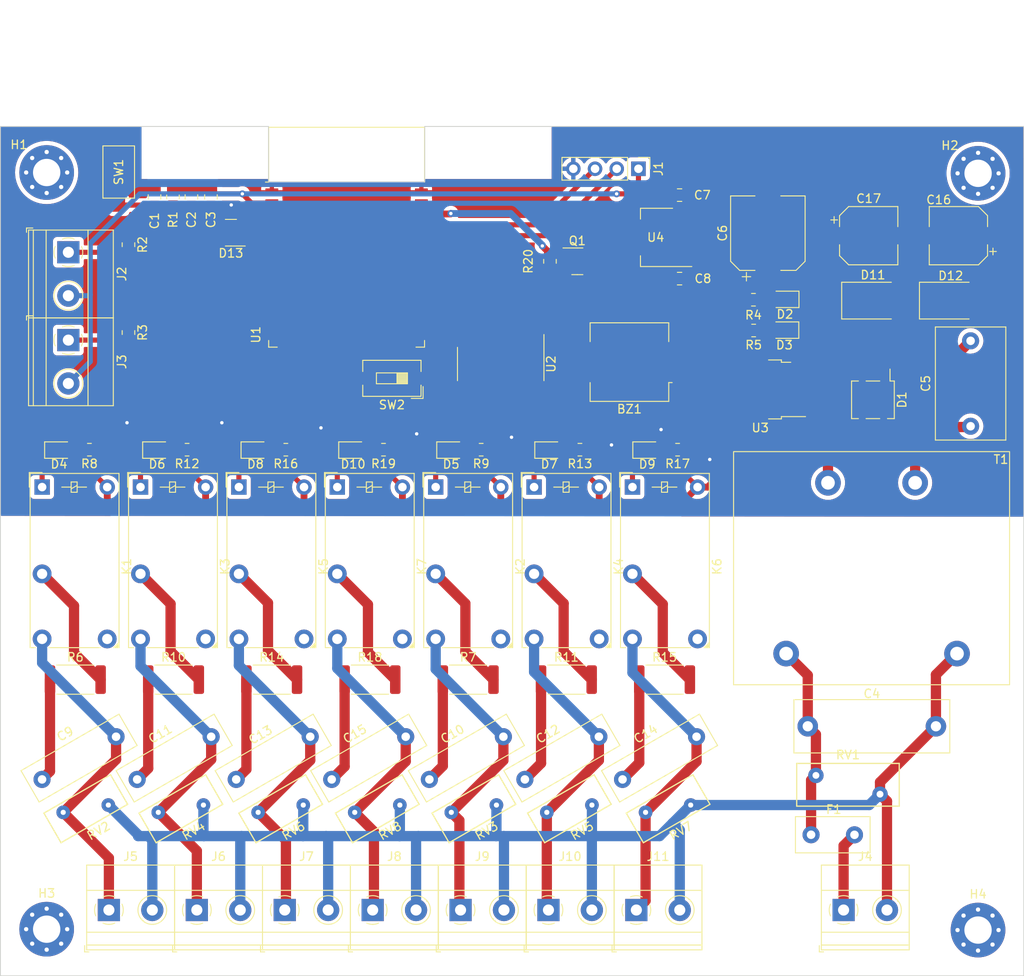
<source format=kicad_pcb>
(kicad_pcb (version 20221018) (generator pcbnew)
  (layers (0 "F.Cu" signal) (31 "B.Cu" signal) (34 "B.Paste" user) (35 "F.Paste" user) (36 "B.SilkS" user "B.Silkscreen") (37 "F.SilkS" user "F.Silkscreen") (38 "B.Mask" user) (39 "F.Mask" user) (44 "Edge.Cuts" user))
  (net 0 "")
  (net 1 "+5V")
  (net 2 "BUZZER")
  (net 3 "RST")
  (net 4 "GNDREF")
  (net 5 "+3V3")
  (net 6 "N")
  (net 7 "L")
  (net 8 "Net-(T1-SB)")
  (net 9 "Net-(T1-SA)")
  (net 10 "Net-(C9-Pad1)")
  (net 11 "L0")
  (net 12 "Net-(C10-Pad1)")
  (net 13 "L4")
  (net 14 "Net-(C11-Pad1)")
  (net 15 "L1")
  (net 16 "Net-(C12-Pad1)")
  (net 17 "L5")
  (net 18 "Net-(C13-Pad1)")
  (net 19 "L2")
  (net 20 "Net-(C14-Pad1)")
  (net 21 "L6")
  (net 22 "Net-(C15-Pad1)")
  (net 23 "L3")
  (net 24 "+12V")
  (net 25 "Net-(D1-+)")
  (net 26 "Net-(D2-A)")
  (net 27 "RELAY0")
  (net 28 "Net-(D3-A)")
  (net 29 "RELAY4")
  (net 30 "Net-(D4-A)")
  (net 31 "RELAY1")
  (net 32 "Net-(D5-A)")
  (net 33 "RELAY5")
  (net 34 "Net-(D6-A)")
  (net 35 "RELAY2")
  (net 36 "Net-(D7-A)")
  (net 37 "RELAY6")
  (net 38 "Net-(D8-A)")
  (net 39 "RELAY3")
  (net 40 "Net-(D9-A)")
  (net 41 "Net-(D10-A)")
  (net 42 "RXD0")
  (net 43 "TXD0")
  (net 44 "TEMP0")
  (net 45 "TEMP1")
  (net 46 "IO22")
  (net 47 "Net-(J4-Pin_1)")
  (net 48 "Net-(U1-IO0)")
  (net 49 "IO32")
  (net 50 "IO33")
  (net 51 "IO25")
  (net 52 "IO26")
  (net 53 "IO27")
  (net 64 "IO2")
  (net 66 "IO4")
  (net 67 "IO16")
  (net 68 "IO17")
  (net 69 "IO5")
  (net 70 "IO18")
  (net 71 "IO19")
  (net 73 "IO21")
  (net 74 "IO23")
  (net 76 "Net-(K1-Pad11)")
  (net 83 "Net-(K2-Pad11)")
  (net 84 "Net-(K3-Pad11)")
  (net 85 "Net-(K4-Pad11)")
  (net 86 "Net-(K5-Pad11)")
  (net 87 "Net-(K6-Pad11)")
  (net 88 "Net-(K7-Pad11)")
  (footprint "Capacitor_SMD:C_0805_2012Metric" (layer "F.Cu") (at 115.4575 60.42083 90)
    (fp_text reference "C3")
    (fp_text value "100nF")
  )
  (footprint "MountingHole:MountingHole_3.2mm_M3_Pad_Via" (layer "F.Cu") (at 96.2315 57.55583)
    (fp_text reference "H1")
    (fp_text value "MountingHole")
  )
  (footprint "Package_TO_SOT_SMD:TO-269AA" (layer "F.Cu") (at 192.9275 84.16983 -90)
    (fp_text reference "D1")
    (fp_text value "DB157S")
  )
  (footprint "Fuse:Fuse_Littelfuse_395Series" (layer "F.Cu") (at 185.6885 135.09683)
    (fp_text reference "F1")
    (fp_text value "MFS1630A - FUSE 6.3A 250V")
  )
  (footprint "Resistor_SMD:R_0805_2012Metric" (layer "F.Cu") (at 101.2335 90.01183 180)
    (fp_text reference "R8")
    (fp_text value "1K")
  )
  (footprint "LED_SMD:LED_0805_2012Metric" (layer "F.Cu") (at 109.149833 90.05683)
    (fp_text reference "D6")
    (fp_text value "Led_Green")
  )
  (footprint "Capacitor_SMD:C_0805_2012Metric" (layer "F.Cu") (at 113.1715 60.42083 90)
    (fp_text reference "C2")
    (fp_text value "10uF")
  )
  (footprint "Connector_PinHeader_2.54mm:PinHeader_1x04_P2.54mm_Vertical" (layer "F.Cu") (at 165.4855 57.11883 -90)
    (fp_text reference "J1")
    (fp_text value "UART")
  )
  (footprint "Resistor_SMD:R_2512_6332Metric" (layer "F.Cu") (at 134.063 116.93583)
    (fp_text reference "R18")
    (fp_text value "68R")
  )
  (footprint "TerminalBlock_Phoenix:TerminalBlock_Phoenix_MKDS-1,5-2-5.08_1x02_P5.08mm_Horizontal" (layer "F.Cu") (at 189.4935 143.91083)
    (fp_text reference "J4")
    (fp_text value "Conn_01x02")
  )
  (footprint "Resistor_SMD:R_0805_2012Metric" (layer "F.Cu") (at 147.0805 90.01183 180)
    (fp_text reference "R9")
    (fp_text value "1K")
  )
  (footprint "Resistor_SMD:R_0805_2012Metric" (layer "F.Cu") (at 124.2205 90.01183 180)
    (fp_text reference "R16")
    (fp_text value "1K")
  )
  (footprint "Capacitor_THT:C_Rect_L13.0mm_W4.0mm_P10.00mm_FKS3_FKP3_MKS4" (layer "F.Cu") (at 141.019373 128.61983 30)
    (fp_text reference "C10")
    (fp_text value "10nF")
  )
  (footprint "Resistor_SMD:R_0805_2012Metric" (layer "F.Cu") (at 112.6635 90.01183 180)
    (fp_text reference "R12")
    (fp_text value "1K")
  )
  (footprint "Varistor:RV_Disc_D12mm_W5mm_P7.5mm" (layer "F.Cu") (at 193.7565 130.34683 180)
    (fp_text reference "RV1")
    (fp_text value "Varistor")
  )
  (footprint "TerminalBlock_Phoenix:TerminalBlock_Phoenix_MKDS-1,5-2-5.08_1x02_P5.08mm_Horizontal" (layer "F.Cu") (at 98.7695 66.89783 -90)
    (fp_text reference "J2")
    (fp_text value "TEMP0")
  )
  (footprint "LED_SMD:LED_0805_2012Metric" (layer "F.Cu") (at 97.6775 90.05683)
    (fp_text reference "D4")
    (fp_text value "Led_Green")
  )
  (footprint "Varistor:RV_Disc_D9mm_W4mm_P5mm" (layer "F.Cu") (at 132.28331 132.476106 30)
    (fp_text reference "RV8")
    (fp_text value "Varistor")
  )
  (footprint "Capacitor_SMD:C_0805_2012Metric" (layer "F.Cu") (at 108.8535 60.42083 90)
    (fp_text reference "C1")
    (fp_text value "100nF")
  )
  (footprint "Capacitor_SMD:C_0805_2012Metric" (layer "F.Cu") (at 170.2985 60.20283)
    (fp_text reference "C7")
    (fp_text value "10uF 16V")
  )
  (footprint "Capacitor_SMD:C_0805_2012Metric" (layer "F.Cu") (at 170.2985 69.98183 180)
    (fp_text reference "C8")
    (fp_text value "10uF 16V")
  )
  (footprint "Resistor_SMD:R_0805_2012Metric" (layer "F.Cu") (at 105.8055 76.29583 90)
    (fp_text reference "R3")
    (fp_text value "10K")
  )
  (footprint "Button_Switch_SMD:SW_SPST_CK_RS282G05A3" (layer "F.Cu") (at 104.6625 57.49983 -90)
    (fp_text reference "SW1")
    (fp_text value "RESET")
  )
  (footprint "Varistor:RV_Disc_D9mm_W4mm_P5mm" (layer "F.Cu") (at 154.76231 132.476106 30)
    (fp_text reference "RV5")
    (fp_text value "Varistor")
  )
  (footprint "TerminalBlock_Phoenix:TerminalBlock_Phoenix_MKDS-1,5-2-5.08_1x02_P5.08mm_Horizontal" (layer "F.Cu") (at 103.5145 143.91083)
    (fp_text reference "J5")
    (fp_text value "Conn_01x02")
  )
  (footprint "TerminalBlock_Phoenix:TerminalBlock_Phoenix_MKDS-1,5-2-5.08_1x02_P5.08mm_Horizontal" (layer "F.Cu") (at 124.0935 143.91083)
    (fp_text reference "J7")
    (fp_text value "Conn_01x02")
  )
  (footprint "Varistor:RV_Disc_D9mm_W4mm_P5mm" (layer "F.Cu") (at 98.16731 132.476106 30)
    (fp_text reference "RV2")
    (fp_text value "Varistor")
  )
  (footprint "TerminalBlock_Phoenix:TerminalBlock_Phoenix_MKDS-1,5-2-5.08_1x02_P5.08mm_Horizontal" (layer "F.Cu") (at 134.3805 143.91083)
    (fp_text reference "J8")
    (fp_text value "Conn_01x02")
  )
  (footprint "Resistor_SMD:R_0805_2012Metric" (layer "F.Cu") (at 158.6375 90.01183 180)
    (fp_text reference "R13")
    (fp_text value "1K")
  )
  (footprint "Relay_THT:Relay_SPDT_Finder_32.21-x000" (layer "F.Cu") (at 164.786 94.39133 -90)
    (fp_text reference "K6")
    (fp_text value "FINDER-32.21-x000")
  )
  (footprint "Package_TO_SOT_SMD:TO-252-2" (layer "F.Cu") (at 179.7425 82.95583 180)
    (fp_text reference "U3")
    (fp_text value "L7805")
  )
  (footprint "Resistor_SMD:R_2512_6332Metric" (layer "F.Cu") (at 99.5825 116.93583)
    (fp_text reference "R6")
    (fp_text value "68R")
  )
  (footprint "Capacitor_THT:C_Rect_L13.0mm_W8.0mm_P10.00mm_FKS3_FKP3_MKS4" (layer "F.Cu") (at 204.3575 87.26483 90)
    (fp_text reference "C5")
    (fp_text value "220nF")
  )
  (footprint "Diode_SMD:D_SMB" (layer "F.Cu") (at 192.9315 72.55583)
    (fp_text reference "D11")
    (fp_text value "SS34")
  )
  (footprint "Relay_THT:Relay_SPDT_Finder_32.21-x000" (layer "F.Cu") (at 153.27133 94.39133 -90)
    (fp_text reference "K4")
    (fp_text value "FINDER-32.21-x000")
  )
  (footprint "Capacitor_THT:C_Rect_L13.0mm_W4.0mm_P10.00mm_FKS3_FKP3_MKS4" (layer "F.Cu") (at 163.625373 128.61983 30)
    (fp_text reference "C14")
    (fp_text value "10nF")
  )
  (footprint "Relay_THT:Relay_SPDT_Finder_32.21-x000" (layer "F.Cu") (at 130.241998 94.39133 -90)
    (fp_text reference "K7")
    (fp_text value "FINDER-32.21-x000")
  )
  (footprint "Relay_THT:Relay_SPDT_Finder_32.21-x000" (layer "F.Cu") (at 95.698 94.39133 -90)
    (fp_text reference "K1")
    (fp_text value "FINDER-32.21-x000")
  )
  (footprint "Relay_THT:Relay_SPDT_Finder_32.21-x000" (layer "F.Cu") (at 141.756664 94.39133 -90)
    (fp_text reference "K2")
    (fp_text value "FINDER-32.21-x000")
  )
  (footprint "Varistor:RV_Disc_D9mm_W4mm_P5mm" (layer "F.Cu") (at 120.98031 132.476106 30)
    (fp_text reference "RV6")
    (fp_text value "Varistor")
  )
  (footprint "LED_SMD:LED_0805_2012Metric" (layer "F.Cu") (at 120.6645 90.05683)
    (fp_text reference "D8")
    (fp_text value "Led_Green")
  )
  (footprint "Varistor:RV_Disc_D9mm_W4mm_P5mm" (layer "F.Cu") (at 143.58631 132.476106 30)
    (fp_text reference "RV3")
    (fp_text value "Varistor")
  )
  (footprint "Relay_THT:Relay_SPDT_Finder_32.21-x000" (layer "F.Cu") (at 107.212666 94.39133 -90)
    (fp_text reference "K3")
    (fp_text value "FINDER-32.21-x000")
  )
  (footprint "Capacitor_THT:C_Rect_L13.0mm_W4.0mm_P10.00mm_FKS3_FKP3_MKS4" (layer "F.Cu") (at 152.195373 128.61983 30)
    (fp_text reference "C12")
    (fp_text value "10nF")
  )
  (footprint "Package_TO_SOT_SMD:SOT-23" (layer "F.Cu") (at 117.794 64.60583 180)
    (fp_text reference "D13")
    (fp_text value "SM712_SOT23")
  )
  (footprint "Varistor:RV_Disc_D9mm_W4mm_P5mm" (layer "F.Cu") (at 166.31931 132.476106 30)
    (fp_text reference "RV7")
    (fp_text value "Varistor")
  )
  (footprint "Capacitor_SMD:CP_Elec_8x10.5" (layer "F.Cu") (at 180.6315 64.65583 90)
    (fp_text reference "C6")
    (fp_text value "220UF 25V")
  )
  (footprint "Buzzer_Beeper:Buzzer_CUI_CPT-9019S-SMT" (layer "F.Cu") (at 164.4315 79.75583 180)
    (fp_text reference "BZ1")
    (fp_text value "Buzzer")
  )
  (footprint "Resistor_SMD:R_0805_2012Metric" (layer "F.Cu") (at 155.1315 67.95583 -90)
    (fp_text reference "R20")
    (fp_text value "10K")
  )
  (footprint "MountingHole:MountingHole_3.2mm_M3_Pad_Via" (layer "F.Cu") (at 205.227702 146.258774)
    (fp_text reference "H4")
    (fp_text value "MountingHole")
  )
  (footprint "TerminalBlock_Phoenix:TerminalBlock_Phoenix_MKDS-1,5-2-5.08_1x02_P5.08mm_Horizontal" (layer "F.Cu") (at 154.9545 143.91083)
    (fp_text reference "J10")
    (fp_text value "Conn_01x02")
  )
  (footprint "Resistor_SMD:R_0805_2012Metric" (layer "F.Cu") (at 178.9455 72.45583 180)
    (fp_text reference "R4")
    (fp_text value "330R")
  )
  (footprint "Resistor_SMD:R_2512_6332Metric" (layer "F.Cu") (at 168.5435 116.93583)
    (fp_text reference "R15")
    (fp_text value "68R")
  )
  (footprint "TerminalBlock_Phoenix:TerminalBlock_Phoenix_MKDS-1,5-2-5.08_1x02_P5.08mm_Horizontal" (layer "F.Cu") (at 165.2415 143.91083)
    (fp_text reference "J11")
    (fp_text value "Conn_01x02")
  )
  (footprint "LED_SMD:LED_0805_2012Metric" (layer "F.Cu") (at 143.566832 90.05683)
    (fp_text reference "D5")
    (fp_text value "Led_Green")
  )
  (footprint "Capacitor_THT:C_Rect_L18.0mm_W6.0mm_P15.00mm_FKS3_FKP3" (layer "F.Cu") (at 200.3005 122.39683 180)
    (fp_text reference "C4")
    (fp_text value "100nF")
  )
  (footprint "RF_Module:ESP32-WROOM-32" (layer "F.Cu") (at 131.3325 68.12283)
    (fp_text reference "U1")
    (fp_text value "ESP32-WROOM-32D")
  )
  (footprint "MountingHole:MountingHole_3.2mm_M3_Pad_Via" (layer "F.Cu") (at 96.2315 146.15583)
    (fp_text reference "H3")
    (fp_text value "MountingHole")
  )
  (footprint "Package_TO_SOT_SMD:SOT-23" (layer "F.Cu") (at 158.3315 67.95583)
    (fp_text reference "Q1")
    (fp_text value "2N7002")
  )
  (footprint "Capacitor_SMD:CP_Elec_6.3x7.7" (layer "F.Cu") (at 202.9315 64.95583 180)
    (fp_text reference "C16")
    (fp_text value "22uF-50")
  )
  (footprint "Resistor_SMD:R_2512_6332Metric" (layer "F.Cu") (at 122.5695 116.93583)
    (fp_text reference "R14")
    (fp_text value "68R")
  )
  (footprint "Resistor_SMD:R_0805_2012Metric" (layer "F.Cu") (at 178.969 76.05683 180)
    (fp_text reference "R5")
    (fp_text value "330R")
  )
  (footprint "TerminalBlock_Phoenix:TerminalBlock_Phoenix_MKDS-1,5-2-5.08_1x02_P5.08mm_Horizontal" (layer "F.Cu") (at 144.6675 143.91083)
    (fp_text reference "J9")
    (fp_text value "Conn_01x02")
  )
  (footprint "TerminalBlock_Phoenix:TerminalBlock_Phoenix_MKDS-1,5-2-5.08_1x02_P5.08mm_Horizontal" (layer "F.Cu") (at 113.8065 143.91083)
    (fp_text reference "J6")
    (fp_text value "Conn_01x02")
  )
  (footprint "Resistor_SMD:R_2512_6332Metric" (layer "F.Cu") (at 157.05 116.93583)
    (fp_text reference "R11")
    (fp_text value "68R")
  )
  (footprint "LED_SMD:LED_0805_2012Metric" (layer "F.Cu") (at 132.094499 90.05683)
    (fp_text reference "D10")
    (fp_text value "Led_Green")
  )
  (footprint "gkhnmlym:ASLAN220-12VAC" (layer "F.Cu") (at 176.6185 117.53683)
    (fp_text reference "T1")
    (fp_text value "Transformer_1P_1S")
  )
  (footprint "Resistor_SMD:R_2512_6332Metric" (layer "F.Cu") (at 111.076 116.93583)
    (fp_text reference "R10")
    (fp_text value "68R")
  )
  (footprint "Resistor_SMD:R_0805_2012Metric" (layer "F.Cu") (at 111.0125 60.42083 90)
    (fp_text reference "R1")
    (fp_text value "10K")
  )
  (footprint "Resistor_SMD:R_2512_6332Metric" (layer "F.Cu") (at 145.5565 116.93583)
    (fp_text reference "R7")
    (fp_text value "68R")
  )
  (footprint "LED_SMD:LED_0805_2012Metric" (layer "F.Cu") (at 155.039165 90.05683)
    (fp_text reference "D7")
    (fp_text value "Led_Green")
  )
  (footprint "Resistor_SMD:R_0805_2012Metric" (layer "F.Cu") (at 135.6505 90.01183 180)
    (fp_text reference "R19")
    (fp_text value "1K")
  )
  (footprint "MountingHole:MountingHole_3.2mm_M3_Pad_Via" (layer "F.Cu") (at 205.234444 57.652886)
    (fp_text reference "H2")
    (fp_text value "MountingHole")
  )
  (footprint "LED_SMD:LED_0805_2012Metric" (layer "F.Cu") (at 182.5875 72.41083 180)
    (fp_text reference "D2")
    (fp_text value "Led_Blue")
  )
  (footprint "Button_Switch_SMD:SW_DIP_SPSTx01_Slide_6.7x4.1mm_W6.73mm_P2.54mm_LowProfile_JPin" (layer "F.Cu") (at 136.6315 81.65583 180)
    (fp_text reference "SW2")
    (fp_text value "BOOT")
  )
  (footprint "Capacitor_THT:C_Rect_L13.0mm_W4.0mm_P10.00mm_FKS3_FKP3_MKS4" (layer "F.Cu") (at 118.413373 128.61983 30)
    (fp_text reference "C13")
    (fp_text value "10nF")
  )
  (footprint "Package_TO_SOT_SMD:SOT-223-3_TabPin2" (layer "F.Cu") (at 167.6315 65.15583 180)
    (fp_text reference "U4")
    (fp_text value "AMS1117-3.3")
  )
  (footprint "Resistor_SMD:R_0805_2012Metric" (layer "F.Cu") (at 105.8055 66.00883 90)
    (fp_text reference "R2")
    (fp_text value "10K")
  )
  (footprint "Diode_SMD:D_SMB" (layer "F.Cu") (at 202.0315 72.55583)
    (fp_text reference "D12")
    (fp_text value "SMAJ12CA")
  )
  (footprint "Capacitor_SMD:CP_Elec_6.3x7.7" (layer "F.Cu") (at 192.4315 64.95583)
    (fp_text reference "C17")
    (fp_text value "100uF-35")
  )
  (footprint "TerminalBlock_Phoenix:TerminalBlock_Phoenix_MKDS-1,5-2-5.08_1x02_P5.08mm_Horizontal" (layer "F.Cu") (at 98.7695 77.17983 -90)
    (fp_text reference "J3")
    (fp_text value "TEMP1")
  )
  (footprint "Resistor_SMD:R_0805_2012Metric" (layer "F.Cu") (at 170.0675 90.01183 180)
    (fp_text reference "R17")
    (fp_text value "1K")
  )
  (footprint "Varistor:RV_Disc_D9mm_W4mm_P5mm" (layer "F.Cu") (at 109.29631 132.476106 30)
    (fp_text reference "RV4")
    (fp_text value "Varistor")
  )
  (footprint "Package_SO:SOIC-16_3.9x9.9mm_P1.27mm" (layer "F.Cu") (at 149.3665 79.97883 -90)
    (fp_text reference "U2")
    (fp_text value "ULN2003A")
  )
  (footprint "LED_SMD:LED_0805_2012Metric" (layer "F.Cu") (at 166.5115 90.05683)
    (fp_text reference "D9")
    (fp_text value "Led_Green")
  )
  (footprint "Capacitor_THT:C_Rect_L13.0mm_W4.0mm_P10.00mm_FKS3_FKP3_MKS4" (layer "F.Cu") (at 95.6925 128.61983 30)
    (fp_text reference "C9")
    (fp_text value "10nF")
  )
  (footprint "LED_SMD:LED_0805_2012Metric" (layer "F.Cu") (at 182.565 76.01183 180)
    (fp_text reference "D3")
    (fp_text value "Led_Green")
  )
  (footprint "Capacitor_THT:C_Rect_L13.0mm_W4.0mm_P10.00mm_FKS3_FKP3_MKS4" (layer "F.Cu") (at 129.589373 128.61983 30)
    (fp_text reference "C15")
    (fp_text value "10nF")
  )
  (footprint "Relay_THT:Relay_SPDT_Finder_32.21-x000" (layer "F.Cu") (at 118.727332 94.39133 -90)
    (fp_text reference "K5")
    (fp_text value "FINDER-32.21-x000")
  )
  (footprint "Capacitor_THT:C_Rect_L13.0mm_W4.0mm_P10.00mm_FKS3_FKP3_MKS4" (layer "F.Cu") (at 106.8215 128.61983 30)
    (fp_text reference "C11")
    (fp_text value "10nF")
  )
  (gr_line (start 210.5805 151.60683) (end 90.8195 151.60683) (stroke (width 0.1)) (layer "Edge.Cuts"))
  (gr_line (start 90.8195 151.60683) (end 90.8195 52.16583) (stroke (width 0.1)) (layer "Edge.Cuts"))
  (gr_line (start 140.4765 52.16583) (end 140.4765 58.64283) (stroke (width 0.1)) (layer "Edge.Cuts"))
  (gr_line (start 140.4765 52.16583) (end 210.5805 52.16583) (stroke (width 0.1)) (layer "Edge.Cuts"))
  (gr_line (start 93.2325 52.16583) (end 122.1885 52.16583) (stroke (width 0.1)) (layer "Edge.Cuts"))
  (gr_line (start 210.5805 52.16583) (end 210.5805 151.60683) (stroke (width 0.1)) (layer "Edge.Cuts"))
  (gr_line (start 122.1885 52.16583) (end 122.1885 58.64283) (stroke (width 0.1)) (layer "Edge.Cuts"))
  (gr_line (start 90.8195 52.16583) (end 93.2325 52.16583) (stroke (width 0.1)) (layer "Edge.Cuts"))
  (gr_line (start 140.4765 58.64283) (end 122.1885 58.64283) (stroke (width 0.1)) (layer "Edge.Cuts"))
  (segment (start 169.6315 78.55583) (end 168.4315 79.75583) (width 0.8) (layer "F.Cu") (net 1))
  (segment (start 182.9315 68.35583) (end 180.6315 68.35583) (width 0.8) (layer "F.Cu") (net 1))
  (segment (start 175.1315 62.85583) (end 170.7815 62.85583) (width 0.8) (layer "F.Cu") (net 1))
  (segment (start 185.8315 78.55583) (end 185.8315 71.25583) (width 0.8) (layer "F.Cu") (net 1))
  (segment (start 183.9425 80.67583) (end 183.9425 80.44483) (width 0.8) (layer "F.Cu") (net 1))
  (segment (start 170.7815 62.85583) (end 170.7815 60.66983) (width 0.8) (layer "F.Cu") (net 1))
  (segment (start 178.033 72.45583) (end 178.033 70.95433) (width 0.8) (layer "F.Cu") (net 1))
  (segment (start 185.8315 78.55583) (end 169.6315 78.55583) (width 0.8) (layer "F.Cu") (net 1))
  (segment (start 170.7815 60.66983) (end 171.2485 60.20283) (width 0.8) (layer "F.Cu") (net 1))
  (segment (start 185.8315 71.25583) (end 182.9315 68.35583) (width 0.8) (layer "F.Cu") (net 1))
  (segment (start 180.6315 68.35583) (end 175.1315 62.85583) (width 0.8) (layer "F.Cu") (net 1))
  (segment (start 183.9425 80.44483) (end 185.8315 78.55583) (width 0.8) (layer "F.Cu") (net 1))
  (segment (start 178.033 70.95433) (end 180.6315 68.35583) (width 0.8) (layer "F.Cu") (net 1))
  (segment (start 159.269 71.67183) (end 160.4315 72.83433) (width 0.8) (layer "F.Cu") (net 2))
  (segment (start 160.4315 72.83433) (end 160.4315 79.75583) (width 0.8) (layer "F.Cu") (net 2))
  (segment (start 159.269 67.95583) (end 159.269 71.67183) (width 0.8) (layer "F.Cu") (net 2))
  (segment (start 111.5315 62.55583) (end 122.4395 62.55583) (width 0.6) (layer "F.Cu") (net 3))
  (segment (start 108.8535 61.37083) (end 104.6915 61.37083) (width 0.6) (layer "F.Cu") (net 3))
  (segment (start 122.4395 62.55583) (end 122.5825 62.41283) (width 0.6) (layer "F.Cu") (net 3))
  (segment (start 104.6915 61.37083) (end 104.6625 61.39983) (width 0.6) (layer "F.Cu") (net 3))
  (segment (start 111.0125 61.33333) (end 111.0125 62.03683) (width 0.6) (layer "F.Cu") (net 3))
  (segment (start 111.0125 62.03683) (end 111.5315 62.55583) (width 0.6) (layer "F.Cu") (net 3))
  (segment (start 110.975 61.37083) (end 111.0125 61.33333) (width 0.6) (layer "F.Cu") (net 3))
  (segment (start 108.8535 61.37083) (end 110.975 61.37083) (width 0.6) (layer "F.Cu") (net 3))
  (segment (start 108.8535 59.47083) (end 106.9465 59.47083) (width 0.6) (layer "F.Cu") (net 4))
  (segment (start 106.9465 59.47083) (end 106.9315 59.45583) (width 0.6) (layer "F.Cu") (net 4))
  (segment (start 115.4575 61.37083) (end 113.1715 61.37083) (width 0.6) (layer "F.Cu") (net 4))
  (via (at 117.8315 61.35583) (size 0.8) (drill 0.4) (layers "F.Cu" "B.Cu") (net 4))
  (via (at 162.3315 89.45583) (size 0.8) (drill 0.4) (layers "F.Cu" "B.Cu") (net 4))
  (via (at 150.6315 88.55583) (size 0.8) (drill 0.4) (layers "F.Cu" "B.Cu") (net 4))
  (via (at 105.6315 86.85583) (size 0.8) (drill 0.4) (layers "F.Cu" "B.Cu") (net 4))
  (via (at 168.1315 87.65583) (size 0.8) (drill 0.4) (layers "F.Cu" "B.Cu") (net 4))
  (via (at 139.5315 88.15583) (size 0.8) (drill 0.4) (layers "F.Cu" "B.Cu") (net 4))
  (via (at 116.7315 86.85583) (size 0.8) (drill 0.4) (layers "F.Cu" "B.Cu") (net 4))
  (via (at 128.3315 87.45583) (size 0.8) (drill 0.4) (layers "F.Cu" "B.Cu") (net 4))
  (via (at 173.8315 91.15583) (size 0.8) (drill 0.4) (layers "F.Cu" "B.Cu") (net 4))
  (segment (start 165.4855 57.11883) (end 165.4855 60.05583) (width 0.6) (layer "F.Cu") (net 5))
  (segment (start 119.1315 60.05583) (end 116.0425 60.05583) (width 0.6) (layer "F.Cu") (net 5))
  (segment (start 119.1315 60.05583) (end 120.2185 61.14283) (width 0.6) (layer "F.Cu") (net 5))
  (segment (start 165.4855 64.15183) (end 164.4815 65.15583) (width 0.6) (layer "F.Cu") (net 5))
  (segment (start 115.4575 59.47083) (end 111.05 59.47083) (width 0.6) (layer "F.Cu") (net 5))
  (segment (start 169.3075 69.98183) (end 164.4815 65.15583) (width 0.8) (layer "F.Cu") (net 5))
  (segment (start 169.3485 69.98183) (end 169.3075 69.98183) (width 0.8) (layer "F.Cu") (net 5))
  (segment (start 171.4325 76.05683) (end 169.3485 73.97283) (width 0.8) (layer "F.Cu") (net 5))
  (segment (start 111.05 59.47083) (end 111.0125 59.50833) (width 0.6) (layer "F.Cu") (net 5))
  (segment (start 120.2185 61.14283) (end 122.5825 61.14283) (width 0.6) (layer "F.Cu") (net 5))
  (segment (start 178.0565 76.05683) (end 171.4325 76.05683) (width 0.8) (layer "F.Cu") (net 5))
  (segment (start 169.3485 73.97283) (end 169.3485 69.98183) (width 0.8) (layer "F.Cu") (net 5))
  (segment (start 165.4855 60.05583) (end 162.9315 60.05583) (width 0.6) (layer "F.Cu") (net 5))
  (segment (start 116.0425 60.05583) (end 115.4575 59.47083) (width 0.6) (layer "F.Cu") (net 5))
  (segment (start 170.7815 65.15583) (end 164.4815 65.15583) (width 0.8) (layer "F.Cu") (net 5))
  (segment (start 165.4855 60.05583) (end 165.4855 64.15183) (width 0.6) (layer "F.Cu") (net 5))
  (via (at 162.9315 60.05583) (size 0.8) (drill 0.4) (layers "F.Cu" "B.Cu") (net 5))
  (via (at 119.1315 60.05583) (size 0.8) (drill 0.4) (layers "F.Cu" "B.Cu") (net 5))
  (segment (start 162.9315 60.05583) (end 119.1315 60.05583) (width 0.6) (layer "B.Cu") (net 5))
  (segment (start 119.1315 60.05583) (end 107.1315 60.05583) (width 0.6) (layer "B.Cu") (net 5))
  (segment (start 101.3315 79.69783) (end 98.7695 82.25983) (width 0.6) (layer "B.Cu") (net 5))
  (segment (start 98.7695 71.97783) (end 101.2095 71.97783) (width 0.6) (layer "B.Cu") (net 5))
  (segment (start 101.2095 71.97783) (end 101.3315 71.85583) (width 0.6) (layer "B.Cu") (net 5))
  (segment (start 107.1315 60.05583) (end 101.3315 65.85583) (width 0.6) (layer "B.Cu") (net 5))
  (segment (start 101.3315 65.85583) (end 101.3315 71.85583) (width 0.6) (layer "B.Cu") (net 5))
  (segment (start 101.3315 71.85583) (end 101.3315 79.69783) (width 0.6) (layer "B.Cu") (net 5))
  (segment (start 194.5735 131.16383) (end 193.7565 130.34683) (width 1.2) (layer "F.Cu") (net 6))
  (segment (start 200.3005 122.39683) (end 200.3005 116.35483) (width 1.2) (layer "F.Cu") (net 6))
  (segment (start 194.5735 143.91083) (end 194.5735 131.16383) (width 1.2) (layer "F.Cu") (net 6))
  (segment (start 200.3005 116.35483) (end 202.7685 113.88683) (width 1.2) (layer "F.Cu") (net 6))
  (segment (start 193.7565 128.94083) (end 200.3005 122.39683) (width 1.2) (layer "F.Cu") (net 6))
  (segment (start 193.7565 130.34683) (end 193.7565 128.94083) (width 1.2) (layer "F.Cu") (net 6))
  (segment (start 148.866437 131.621554) (end 148.866437 135.220893) (width 1.2) (layer "B.Cu") (net 6))
  (segment (start 148.8315 135.25583) (end 149.7315 135.25583) (width 1.2) (layer "B.Cu") (net 6))
  (segment (start 126.2315 135.25583) (end 128.9315 135.25583) (width 1.2) (layer "B.Cu") (net 6))
  (segment (start 106.9315 135.105617) (end 106.9315 135.25583) (width 1.2) (layer "B.Cu") (net 6))
  (segment (start 192.481776 131.621554) (end 171.599437 131.621554) (width 1.2) (layer "B.Cu") (net 6))
  (segment (start 108.1315 135.25583) (end 114.6315 135.25583) (width 1.2) (layer "B.Cu") (net 6))
  (segment (start 103.447437 131.621554) (end 106.9315 135.105617) (width 1.2) (layer "B.Cu") (net 6))
  (segment (start 160.042437 135.144893) (end 159.9315 135.25583) (width 1.2) (layer "B.Cu") (net 6))
  (segment (start 126.260437 131.621554) (end 126.260437 135.226893) (width 1.2) (layer "B.Cu") (net 6))
  (segment (start 126.260437 135.226893) (end 126.2315 135.25583) (width 1.2) (layer "B.Cu") (net 6))
  (segment (start 108.1315 135.25583) (end 108.5945 135.71883) (width 1.2) (layer "B.Cu") (net 6))
  (segment (start 114.576437 135.200767) (end 114.6315 135.25583) (width 1.2) (layer "B.Cu") (net 6))
  (segment (start 106.9315 135.25583) (end 108.1315 135.25583) (width 1.2) (layer "B.Cu") (net 6))
  (segment (start 148.866437 135.220893) (end 148.8315 135.25583) (width 1.2) (layer "B.Cu") (net 6))
  (segment (start 137.5315 135.25583) (end 139.7315 135.25583) (width 1.2) (layer "B.Cu") (net 6))
  (segment (start 193.7565 130.34683) (end 192.481776 131.621554) (width 1.2) (layer "B.Cu") (net 6))
  (segment (start 108.5945 135.71883) (end 108.5945 143.91083) (width 1.2) (layer "B.Cu") (net 6))
  (segment (start 118.8865 135.40083) (end 118.8865 143.91083) (width 1.2) (layer "B.Cu") (net 6))
  (segment (start 169.49833 133.72266) (end 171.599437 131.621554) (width 1.2) (layer "B.Cu") (net 6))
  (segment (start 149.7475 135.27183) (end 149.7475 143.91083) (width 1.2) (layer "B.Cu") (net 6))
  (segment (start 119.0315 135.25583) (end 118.8865 135.40083) (width 1.2) (layer "B.Cu") (net 6))
  (segment (start 160.042437 135.144893) (end 160.0345 135.15283) (width 1.2) (layer "B.Cu") (net 6))
  (segment (start 167.965161 135.25583) (end 169.49833 133.72266) (width 1.2) (layer "B.Cu") (net 6))
  (segment (start 149.7315 135.25583) (end 149.7475 135.27183) (width 1.2) (layer "B.Cu") (net 6))
  (segment (start 128.9315 135.25583) (end 137.5315 135.25583) (width 1.2) (layer "B.Cu") (net 6))
  (segment (start 159.9315 135.25583) (end 167.965161 135.25583) (width 1.2) (layer "B.Cu") (net 6))
  (segment (start 149.7315 135.25583) (end 159.9315 135.25583) (width 1.2) (layer "B.Cu") (net 6))
  (segment (start 139.7315 135.25583) (end 148.8315 135.25583) (width 1.2) (layer "B.Cu") (net 6))
  (segment (start 129.1735 135.49783) (end 129.1735 143.91083) (width 1.2) (layer "B.Cu") (net 6))
  (segment (start 139.4605 135.52683) (end 139.4605 143.91083) (width 1.2) (layer "B.Cu") (net 6))
  (segment (start 169.49833 133.72266) (end 170.3215 134.54583) (width 1.2) (layer "B.Cu") (net 6))
  (segment (start 137.563437 135.223893) (end 137.5315 135.25583) (width 1.2) (layer "B.Cu") (net 6))
  (segment (start 160.042437 131.621554) (end 160.042437 135.144893) (width 1.2) (layer "B.Cu") (net 6))
  (segment (start 128.9315 135.25583) (end 129.1735 135.49783) (width 1.2) (layer "B.Cu") (net 6))
  (segment (start 114.6315 135.25583) (end 119.0315 135.25583) (width 1.2) (layer "B.Cu") (net 6))
  (segment (start 114.576437 131.621554) (end 114.576437 135.200767) (width 1.2) (layer "B.Cu") (net 6))
  (segment (start 160.0345 135.15283) (end 160.0345 143.91083) (width 1.2) (layer "B.Cu") (net 6))
  (segment (start 170.3215 134.54583) (end 170.3215 143.91083) (width 1.2) (layer "B.Cu") (net 6))
  (segment (start 119.0315 135.25583) (end 126.2315 135.25583) (width 1.2) (layer "B.Cu") (net 6))
  (segment (start 137.563437 131.621554) (end 137.563437 135.223893) (width 1.2) (layer "B.Cu") (net 6))
  (segment (start 139.7315 135.25583) (end 139.4605 135.52683) (width 1.2) (layer "B.Cu") (net 6))
  (segment (start 185.3005 122.39683) (end 185.3005 116.41883) (width 1.2) (layer "F.Cu") (net 7))
  (segment (start 186.2565 128.14683) (end 186.2565 123.35283) (width 1.2) (layer "F.Cu") (net 7))
  (segment (start 185.6885 135.09683) (end 185.6885 128.71483) (width 1.2) (layer "F.Cu") (net 7))
  (segment (start 185.3005 116.41883) (end 182.7685 113.88683) (width 1.2) (layer "F.Cu") (net 7))
  (segment (start 186.2565 123.35283) (end 185.3005 122.39683) (width 1.2) (layer "F.Cu") (net 7))
  (segment (start 185.6885 128.71483) (end 186.2565 128.14683) (width 1.2) (layer "F.Cu") (net 7))
  (segment (start 201.4285 87.35583) (end 204.2665 87.35583) (width 1.2) (layer "F.Cu") (net 8))
  (segment (start 197.8685 90.91583) (end 194.1975 87.24483) (width 1.2) (layer "F.Cu") (net 8))
  (segment (start 197.8685 90.91583) (end 201.4285 87.35583) (width 1.2) (layer "F.Cu") (net 8))
  (segment (start 204.2665 87.35583) (end 204.3575 87.26483) (width 1.2) (layer "F.Cu") (net 8))
  (segment (start 197.8685 93.88683) (end 197.8685 90.91583) (width 1.2) (layer "F.Cu") (net 8))
  (segment (start 191.6575 87.24483) (end 191.6575 85.32983) (width 1.2) (layer "F.Cu") (net 9))
  (segment (start 191.6575 85.32983) (end 192.9315 84.05583) (width 1.2) (layer "F.Cu") (net 9))
  (segment (start 197.5665 84.05583) (end 204.3575 77.26483) (width 1.2) (layer "F.Cu") (net 9))
  (segment (start 192.9315 84.05583) (end 197.5665 84.05583) (width 1.2) (layer "F.Cu") (net 9))
  (segment (start 187.6685 93.88683) (end 187.6685 91.23383) (width 1.2) (layer "F.Cu") (net 9))
  (segment (start 187.6685 91.23383) (end 191.6575 87.24483) (width 1.2) (layer "F.Cu") (net 9))
  (segment (start 95.6925 128.59483) (end 95.6925 128.61983) (width 1.2) (layer "F.Cu") (net 10))
  (segment (start 96.62 116.93583) (end 96.62 127.66733) (width 1.2) (layer "F.Cu") (net 10))
  (segment (start 96.62 127.66733) (end 95.6925 128.59483) (width 1.2) (layer "F.Cu") (net 10))
  (segment (start 103.5145 143.91083) (end 103.5145 137.823296) (width 1.2) (layer "F.Cu") (net 11))
  (segment (start 104.352754 123.61983) (end 104.352754 126.290662) (width 1.2) (layer "F.Cu") (net 11))
  (segment (start 104.352754 126.290662) (end 98.16731 132.476106) (width 1.2) (layer "F.Cu") (net 11))
  (segment (start 103.5145 137.823296) (end 98.16731 132.476106) (width 1.2) (layer "F.Cu") (net 11))
  (segment (start 95.698 114.965076) (end 104.352754 123.61983) (width 1.2) (layer "B.Cu") (net 11))
  (segment (start 95.698 112.17133) (end 95.698 114.965076) (width 1.2) (layer "B.Cu") (net 11))
  (segment (start 142.594 116.93583) (end 142.594 127.045203) (width 1.2) (layer "F.Cu") (net 12))
  (segment (start 142.594 127.045203) (end 141.019373 128.61983) (width 1.2) (layer "F.Cu") (net 12))
  (segment (start 144.5315 143.77483) (end 144.6675 143.91083) (width 1.2) (layer "F.Cu") (net 13))
  (segment (start 144.5315 133.421296) (end 144.5315 143.77483) (width 1.2) (layer "F.Cu") (net 13))
  (segment (start 149.679627 123.61983) (end 149.679627 126.382789) (width 1.2) (layer "F.Cu") (net 13))
  (segment (start 143.58631 132.476106) (end 144.5315 133.421296) (width 1.2) (layer "F.Cu") (net 13))
  (segment (start 149.679627 126.382789) (end 143.58631 132.476106) (width 1.2) (layer "F.Cu") (net 13))
  (segment (start 141.756664 112.17133) (end 141.756664 115.696867) (width 1.2) (layer "B.Cu") (net 13))
  (segment (start 141.756664 115.696867) (end 149.679627 123.61983) (width 1.2) (layer "B.Cu") (net 13))
  (segment (start 108.1135 127.32783) (end 106.8215 128.61983) (width 1.2) (layer "F.Cu") (net 14))
  (segment (start 108.1135 116.93583) (end 108.1135 127.32783) (width 1.2) (layer "F.Cu") (net 14))
  (segment (start 115.481754 126.290662) (end 109.29631 132.476106) (width 1.2) (layer "F.Cu") (net 15))
  (segment (start 115.481754 123.61983) (end 115.481754 126.290662) (width 1.2) (layer "F.Cu") (net 15))
  (segment (start 113.8065 143.91083) (end 113.8065 136.986296) (width 1.2) (layer "F.Cu") (net 15))
  (segment (start 113.8065 136.986296) (end 109.29631 132.476106) (width 1.2) (layer "F.Cu") (net 15))
  (segment (start 107.212666 112.17133) (end 107.212666 115.350742) (width 1.2) (layer "B.Cu") (net 15))
  (segment (start 107.212666 115.350742) (end 115.481754 123.61983) (width 1.2) (layer "B.Cu") (net 15))
  (segment (start 154.0875 126.727703) (end 152.195373 128.61983) (width 1.2) (layer "F.Cu") (net 16))
  (segment (start 154.0875 116.93583) (end 154.0875 126.727703) (width 1.2) (layer "F.Cu") (net 16))
  (segment (start 154.76231 143.71864) (end 154.9545 143.91083) (width 1.2) (layer "F.Cu") (net 17))
  (segment (start 154.76231 132.476106) (end 154.76231 143.71864) (width 1.2) (layer "F.Cu") (net 17))
  (segment (start 160.855627 123.61983) (end 160.855627 126.382789) (width 1.2) (layer "F.Cu") (net 17))
  (segment (start 160.855627 126.382789) (end 154.76231 132.476106) (width 1.2) (layer "F.Cu") (net 17))
  (segment (start 153.27133 116.035533) (end 160.855627 123.61983) (width 1.2) (layer "B.Cu") (net 17))
  (segment (start 153.27133 112.17133) (end 153.27133 116.035533) (width 1.2) (layer "B.Cu") (net 17))
  (segment (start 119.607 127.426203) (end 118.413373 128.61983) (width 1.2) (layer "F.Cu") (net 18))
  (segment (start 119.607 116.93583) (end 119.607 127.426203) (width 1.2) (layer "F.Cu") (net 18))
  (segment (start 120.98031 132.476106) (end 124.2315 135.727296) (width 1.2) (layer "F.Cu") (net 19))
  (segment (start 124.2315 143.77283) (end 124.0935 143.91083) (width 1.2) (layer "F.Cu") (net 19))
  (segment (start 127.073627 123.61983) (end 127.073627 126.382789) (width 1.2) (layer "F.Cu") (net 19))
  (segment (start 124.2315 135.727296) (end 124.2315 143.77283) (width 1.2) (layer "F.Cu") (net 19))
  (segment (start 127.073627 126.382789) (end 120.98031 132.476106) (width 1.2) (layer "F.Cu") (net 19))
  (segment (start 118.727332 112.17133) (end 118.727332 115.273535) (width 1.2) (layer "B.Cu") (net 19))
  (segment (start 118.727332 115.273535) (end 127.073627 123.61983) (width 1.2) (layer "B.Cu") (net 19))
  (segment (start 165.581 116.93583) (end 165.581 126.664203) (width 1.2) (layer "F.Cu") (net 20))
  (segment (start 165.581 126.664203) (end 163.625373 128.61983) (width 1.2) (layer "F.Cu") (net 20))
  (segment (start 172.285627 126.509789) (end 166.31931 132.476106) (width 1.2) (layer "F.Cu") (net 21))
  (segment (start 166.31931 142.83302) (end 165.2415 143.91083) (width 1.2) (layer "F.Cu") (net 21))
  (segment (start 172.285627 123.61983) (end 172.285627 126.509789) (width 1.2) (layer "F.Cu") (net 21))
  (segment (start 166.31931 132.476106) (end 166.31931 142.83302) (width 1.2) (layer "F.Cu") (net 21))
  (segment (start 164.786 116.120203) (end 172.285627 123.61983) (width 1.2) (layer "B.Cu") (net 21))
  (segment (start 164.786 112.17133) (end 164.786 116.120203) (width 1.2) (layer "B.Cu") (net 21))
  (segment (start 131.1005 116.93583) (end 131.1005 127.108703) (width 1.2) (layer "F.Cu") (net 22))
  (segment (start 131.1005 127.108703) (end 129.589373 128.61983) (width 1.2) (layer "F.Cu") (net 22))
  (segment (start 134.5315 143.75983) (end 134.3805 143.91083) (width 1.2) (layer "F.Cu") (net 23))
  (segment (start 138.249627 126.509789) (end 132.28331 132.476106) (width 1.2) (layer "F.Cu") (net 23))
  (segment (start 138.249627 123.61983) (end 138.249627 126.509789) (width 1.2) (layer "F.Cu") (net 23))
  (segment (start 132.28331 132.476106) (end 134.5315 134.724296) (width 1.2) (layer "F.Cu") (net 23))
  (segment (start 134.5315 134.724296) (end 134.5315 143.75983) (width 1.2) (layer "F.Cu") (net 23))
  (segment (start 130.241998 115.612201) (end 138.249627 123.61983) (width 1.2) (layer "B.Cu") (net 23))
  (segment (start 130.241998 112.17133) (end 130.241998 115.612201) (width 1.2) (layer "B.Cu") (net 23))
  (segment (start 115.8315 97.35583) (end 127.5315 97.35583) (width 0.8) (layer "F.Cu") (net 24))
  (segment (start 126.347332 96.171662) (end 127.5315 97.35583) (width 0.8) (layer "F.Cu") (net 24))
  (segment (start 144.9215 80.66583) (end 145.5315 80.05583) (width 0.6) (layer "F.Cu") (net 24))
  (segment (start 170.6415 96.15583) (end 172.406 94.39133) (width 0.8) (layer "F.Cu") (net 24))
  (segment (start 170.98 92.96533) (end 172.406 94.39133) (width 0.6) (layer "F.Cu") (net 24))
  (segment (start 104.8315 97.35583) (end 115.8315 97.35583) (width 0.8) (layer "F.Cu") (net 24))
  (segment (start 170.98 90.01183) (end 174.7315 90.01183) (width 0.8) (layer "F.Cu") (net 24))
  (segment (start 149.376664 96.000994) (end 150.7315 97.35583) (width 0.8) (layer "F.Cu") (net 24))
  (segment (start 137.861998 94.39133) (end 137.861998 96.186328) (width 0.8) (layer "F.Cu") (net 24))
  (segment (start 159.55 93.05) (end 160.89133 94.39133) (width 0.6) (layer "F.Cu") (net 24))
  (segment (start 188.8315 64.95583) (end 188.0315 65.75583) (width 1.2) (layer "F.Cu") (net 24))
  (segment (start 188.0315 81.85583) (end 184.6515 85.23583) (width 1.2) (layer "F.Cu") (net 24))
  (segment (start 162.1315 97.35583) (end 169.4315 97.35583) (width 0.8) (layer "F.Cu") (net 24))
  (segment (start 174.7315 90.01183) (end 177.8875 90.01183) (width 0.8) (layer "F.Cu") (net 24))
  (segment (start 188.0315 65.75583) (end 188.0315 81.85583) (width 1.2) (layer "F.Cu") (net 24))
  (segment (start 189.7315 64.95583) (end 188.8315 64.95583) (width 1.2) (layer "F.Cu") (net 24))
  (segment (start 190.7815 72.55583) (end 190.7815 66.00583) (width 1.2) (layer "F.Cu") (net 24))
  (segment (start 127.5315 97.35583) (end 139.0315 97.35583) (width 0.8) (layer "F.Cu") (net 24))
  (segment (start 170.1315 85.55583) (end 174.5875 90.01183) (width 0.6) (layer "F.Cu") (net 24))
  (segment (start 173.596 94.39133) (end 177.9315 90.05583) (width 0.8) (layer "F.Cu") (net 24))
  (segment (start 169.4315 97.35583) (end 170.6315 96.15583) (width 0.8) (layer "F.Cu") (net 24))
  (segment (start 156.6315 84.15583) (end 158.0315 85.55583) (width 0.6) (layer "F.Cu") (net 24))
  (segment (start 125.133 93.176998) (end 126.347332 94.39133) (width 0.6) (layer "F.Cu") (net 24))
  (segment (start 113.576 93.134664) (end 114.832666 94.39133) (width 0.6) (layer "F.Cu") (net 24))
  (segment (start 137.861998 96.186328) (end 139.0315 97.35583) (width 0.8) (layer "F.Cu") (net 24))
  (segment (start 182.7515 85.23583) (end 183.9425 85.23583) (width 0.8) (layer "F.Cu") (net 24))
  (segment (start 147.993 93.007666) (end 149.376664 94.39133) (width 0.6) (layer "F.Cu") (net 24))
  (segment (start 149.376664 94.39133) (end 149.376664 96.000994) (width 0.8) (layer "F.Cu") (net 24))
  (segment (start 113.576 90.01183) (end 113.576 93.134664) (width 0.6) (layer "F.Cu") (net 24))
  (segment (start 150.7315 97.35583) (end 162.1315 97.35583) (width 0.8) (layer "F.Cu") (net 24))
  (segment (start 172.406 94.39133) (end 173.596 94.39133) (width 0.8) (layer "F.Cu") (net 24))
  (segment (start 177.8875 90.01183) (end 177.9315 90.05583) (width 0.8) (layer "F.Cu") (net 24))
  (segment (start 144.9215 82.45383) (end 144.9215 80.66583) (width 0.6) (layer "F.Cu") (net 24))
  (segment (start 160.89133 96.11566) (end 162.1315 97.35583) (width 0.8) (layer "F.Cu") (net 24))
  (segment (start 190.7815 66.00583) (end 189.7315 64.95583) (width 1.2) (layer "F.Cu") (net 24))
  (segment (start 160.89133 94.39133) (end 160.89133 96.11566) (width 0.8) (layer "F.Cu") (net 24))
  (segment (start 114.832666 96.356996) (end 115.8315 97.35583) (width 0.8) (layer "F.Cu") (net 24))
  (segment (start 114.832666 94.39133) (end 114.832666 96.356996) (width 0.8) (layer "F.Cu") (net 24))
  (segment (start 103.318 94.39133) (end 103.318 95.84233) (width 0.8) (layer "F.Cu") (net 24))
  (segment (start 170.6315 96.15583) (end 170.6415 96.15583) (width 0.8) (layer "F.Cu") (net 24))
  (segment (start 174.5875 90.01183) (end 174.7315 90.01183) (width 0.6) (layer "F.Cu") (net 24))
  (segment (start 125.133 90.01183) (end 125.133 93.176998) (width 0.6) (layer "F.Cu") (net 24))
  (segment (start 159.55 90.01183) (end 159.55 93.05) (width 0.6) (layer "F.Cu") (net 24))
  (segment (start 177.9315 90.05583) (end 182.7515 85.23583) (width 0.8) (layer "F.Cu") (net 24))
  (segment (start 136.563 93.092332) (end 137.861998 94.39133) (width 0.6) (layer "F.Cu") (net 24))
  (segment (start 147.993 90.01183) (end 147.993 93.007666) (width 0.6) (layer "F.Cu") (net 24))
  (segment (start 136.563 90.01183) (end 136.563 93.092332) (width 0.6) (layer "F.Cu") (net 24))
  (segment (start 155.2315 80.05583) (end 156.6315 81.45583) (width 0.6) (layer "F.Cu") (net 24))
  (segment (start 158.0315 85.55583) (end 170.1315 85.55583) (width 0.6) (layer "F.Cu") (net 24))
  (segment (start 102.146 90.01183) (end 102.146 93.21933) (width 0.6) (layer "F.Cu") (net 24))
  (segment (start 170.98 90.01183) (end 170.98 92.96533) (width 0.6) (layer "F.Cu") (net 24))
  (segment (start 145.5315 80.05583) (end 155.2315 80.05583) (width 0.6) (layer "F.Cu") (net 24))
  (segment (start 102.146 93.21933) (end 103.318 94.39133) (width 0.6) (layer "F.Cu") (net 24))
  (segment (start 139.0315 97.35583) (end 150.7315 97.35583) (width 0.8) (layer "F.Cu") (net 24))
  (segment (start 184.6515 85.23583) (end 183.9425 85.23583) (width 1.2) (layer "F.Cu") (net 24))
  (segment (start 103.318 95.84233) (end 104.8315 97.35583) (width 0.8) (layer "F.Cu") (net 24))
  (segment (start 126.347332 94.39133) (end 126.347332 96.171662) (width 0.8) (layer "F.Cu") (net 24))
  (segment (start 156.6315 81.45583) (end 156.6315 84.15583) (width 0.6) (layer "F.Cu") (net 24))
  (segment (start 199.8815 72.55583) (end 199.8815 65.30583) (width 1.2) (layer "F.Cu") (net 25))
  (segment (start 199.8815 65.30583) (end 200.2315 64.95583) (width 1.2) (layer "F.Cu") (net 25))
  (segment (start 194.1975 81.09483) (end 194.1975 73.43983) (width 1.2) (layer "F.Cu") (net 25))
  (segment (start 199.8815 72.55583) (end 195.0815 72.55583) (width 1.2) (layer "F.Cu") (net 25))
  (segment (start 194.1975 73.43983) (end 195.0815 72.55583) (width 1.2) (layer "F.Cu") (net 25))
  (segment (start 179.858 72.45583) (end 181.605 72.45583) (width 0.8) (layer "F.Cu") (net 26))
  (segment (start 181.605 72.45583) (end 181.65 72.41083) (width 0.8) (layer "F.Cu") (net 26))
  (segment (start 95.698 91.09883) (end 96.74 90.05683) (width 0.6) (layer "F.Cu") (net 27))
  (segment (start 146.1915 82.45383) (end 146.1915 83.79583) (width 0.6) (layer "F.Cu") (net 27))
  (segment (start 95.698 94.39133) (end 95.698 91.09883) (width 0.6) (layer "F.Cu") (net 27))
  (segment (start 96.74 88.74733) (end 96.74 90.05683) (width 0.6) (layer "F.Cu") (net 27))
  (segment (start 101.1315 84.35583) (end 96.74 88.74733) (width 0.6) (layer "F.Cu") (net 27))
  (segment (start 146.1915 83.79583) (end 145.6315 84.35583) (width 0.6) (layer "F.Cu") (net 27))
  (segment (start 145.6315 84.35583) (end 101.1315 84.35583) (width 0.6) (layer "F.Cu") (net 27))
  (segment (start 179.8815 76.05683) (end 181.5825 76.05683) (width 0.8) (layer "F.Cu") (net 28))
  (segment (start 181.5825 76.05683) (end 181.6275 76.01183) (width 0.8) (layer "F.Cu") (net 28))
  (segment (start 151.2715 82.45383) (end 151.2715 83.241312) (width 0.6) (layer "F.Cu") (net 29))
  (segment (start 145.130332 87.55583) (end 142.629332 90.05683) (width 0.6) (layer "F.Cu") (net 29))
  (segment (start 141.756664 90.929498) (end 142.629332 90.05683) (width 0.6) (layer "F.Cu") (net 29))
  (segment (start 151.2715 83.241312) (end 146.956982 87.55583) (width 0.6) (layer "F.Cu") (net 29))
  (segment (start 146.956982 87.55583) (end 145.130332 87.55583) (width 0.6) (layer "F.Cu") (net 29))
  (segment (start 141.756664 94.39133) (end 141.756664 90.929498) (width 0.6) (layer "F.Cu") (net 29))
  (segment (start 98.66 90.01183) (end 98.615 90.05683) (width 0.8) (layer "F.Cu") (net 30))
  (segment (start 100.321 90.01183) (end 98.66 90.01183) (width 0.8) (layer "F.Cu") (net 30))
  (segment (start 107.212666 91.056497) (end 108.212333 90.05683) (width 0.6) (layer "F.Cu") (net 31))
  (segment (start 108.335512 90.05683) (end 108.212333 90.05683) (width 0.6) (layer "F.Cu") (net 31))
  (segment (start 113.236512 85.15583) (end 108.335512 90.05683) (width 0.6) (layer "F.Cu") (net 31))
  (segment (start 145.96287 85.15583) (end 113.236512 85.15583) (width 0.6) (layer "F.Cu") (net 31))
  (segment (start 147.4615 82.45383) (end 147.4615 83.6572) (width 0.6) (layer "F.Cu") (net 31))
  (segment (start 147.4615 83.6572) (end 145.96287 85.15583) (width 0.6) (layer "F.Cu") (net 31))
  (segment (start 107.212666 94.39133) (end 107.212666 91.056497) (width 0.6) (layer "F.Cu") (net 31))
  (segment (start 146.168 90.01183) (end 144.549332 90.01183) (width 0.8) (layer "F.Cu") (net 32))
  (segment (start 144.549332 90.01183) (end 144.504332 90.05683) (width 0.8) (layer "F.Cu") (net 32))
  (segment (start 152.5415 88.496665) (end 154.101665 90.05683) (width 0.6) (layer "F.Cu") (net 33))
  (segment (start 152.5415 82.45383) (end 152.5415 88.496665) (width 0.6) (layer "F.Cu") (net 33))
  (segment (start 153.27133 94.39133) (end 153.27133 90.887165) (width 0.6) (layer "F.Cu") (net 33))
  (segment (start 153.27133 90.887165) (end 154.101665 90.05683) (width 0.6) (layer "F.Cu") (net 33))
  (segment (start 110.132333 90.01183) (end 110.087333 90.05683) (width 0.8) (layer "F.Cu") (net 34))
  (segment (start 111.751 90.01183) (end 110.132333 90.01183) (width 0.8) (layer "F.Cu") (net 34))
  (segment (start 118.727332 91.056498) (end 119.727 90.05683) (width 0.6) (layer "F.Cu") (net 35))
  (segment (start 123.828 85.95583) (end 119.727 90.05683) (width 0.6) (layer "F.Cu") (net 35))
  (segment (start 146.29424 85.95583) (end 123.828 85.95583) (width 0.6) (layer "F.Cu") (net 35))
  (segment (start 148.7315 82.45383) (end 148.7315 83.51857) (width 0.6) (layer "F.Cu") (net 35))
  (segment (start 118.727332 94.39133) (end 118.727332 91.056498) (width 0.6) (layer "F.Cu") (net 35))
  (segment (start 148.7315 83.51857) (end 146.29424 85.95583) (width 0.6) (layer "F.Cu") (net 35))
  (segment (start 156.021665 90.01183) (end 155.976665 90.05683) (width 0.8) (layer "F.Cu") (net 36))
  (segment (start 157.725 90.01183) (end 156.021665 90.01183) (width 0.8) (layer "F.Cu") (net 36))
  (segment (start 164.786 90.84483) (end 165.574 90.05683) (width 0.6) (layer "F.Cu") (net 37))
  (segment (start 163.073 87.55583) (end 165.574 90.05683) (width 0.6) (layer "F.Cu") (net 37))
  (segment (start 164.786 94.39133) (end 164.786 90.84483) (width 0.6) (layer "F.Cu") (net 37))
  (segment (start 156.1315 87.55583) (end 163.073 87.55583) (width 0.6) (layer "F.Cu") (net 37))
  (segment (start 153.8115 82.45383) (end 153.8115 85.23583) (width 0.6) (layer "F.Cu") (net 37))
  (segment (start 153.8115 85.23583) (end 156.1315 87.55583) (width 0.6) (layer "F.Cu") (net 37))
  (segment (start 123.308 90.01183) (end 121.647 90.01183) (width 0.8) (layer "F.Cu") (net 38))
  (segment (start 121.647 90.01183) (end 121.602 90.05683) (width 0.8) (layer "F.Cu") (net 38))
  (segment (start 130.241998 90.971831) (end 131.156999 90.05683) (width 0.6) (layer "F.Cu") (net 39))
  (segment (start 146.625611 86.75583) (end 134.457999 86.75583) (width 0.6) (layer "F.Cu") (net 39))
  (segment (start 150.0015 83.37994) (end 146.625611 86.75583) (width 0.6) (layer "F.Cu") (net 39))
  (segment (start 150.0015 82.45383) (end 150.0015 83.37994) (width 0.6) (layer "F.Cu") (net 39))
  (segment (start 130.241998 94.39133) (end 130.241998 90.971831) (width 0.6) (layer "F.Cu") (net 39))
  (segment (start 134.457999 86.75583) (end 131.156999 90.05683) (width 0.6) (layer "F.Cu") (net 39))
  (segment (start 169.155 90.01183) (end 167.494 90.01183) (width 0.8) (layer "F.Cu") (net 40))
  (segment (start 167.494 90.01183) (end 167.449 90.05683) (width 0.8) (layer "F.Cu") (net 40))
  (segment (start 133.076999 90.01183) (end 133.031999 90.05683) (width 0.8) (layer "F.Cu") (net 41))
  (segment (start 134.738 90.01183) (end 133.076999 90.01183) (width 0.8) (layer "F.Cu") (net 41))
  (segment (start 140.0825 64.95283) (end 155.1115 64.95283) (width 0.6) (layer "F.Cu") (net 42))
  (segment (start 155.1115 64.95283) (end 162.9455 57.11883) (width 0.6) (layer "F.Cu") (net 42))
  (segment (start 140.0825 63.68283) (end 153.8415 63.68283) (width 0.6) (layer "F.Cu") (net 43))
  (segment (start 153.8415 63.68283) (end 160.4055 57.11883) (width 0.6) (layer "F.Cu") (net 43))
  (segment (start 105.782 66.89783) (end 105.8055 66.92133) (width 0.6) (layer "F.Cu") (net 44))
  (segment (start 105.8055 66.92133) (end 109.044 63.68283) (width 0.6) (layer "F.Cu") (net 44))
  (segment (start 98.7695 66.89783) (end 105.782 66.89783) (width 0.6) (layer "F.Cu") (net 44))
  (segment (start 109.044 63.68283) (end 122.5825 63.68283) (width 0.6) (layer "F.Cu") (net 44))
  (segment (start 105.8055 77.20833) (end 107.179 77.20833) (width 0.6) (layer "F.Cu") (net 45))
  (segment (start 98.7695 77.17983) (end 105.777 77.17983) (width 0.6) (layer "F.Cu") (net 45))
  (segment (start 119.4345 64.95283) (end 122.5825 64.95283) (width 0.6) (layer "F.Cu") (net 45))
  (segment (start 107.179 77.20833) (end 119.4345 64.95283) (width 0.6) (layer "F.Cu") (net 45))
  (segment (start 105.777 77.17983) (end 105.8055 77.20833) (width 0.6) (layer "F.Cu") (net 45))
  (segment (start 155.1315 67.04333) (end 155.169 67.00583) (width 0.8) (layer "F.Cu") (net 46))
  (segment (start 154.23775 66.14958) (end 155.1315 67.04333) (width 0.8) (layer "F.Cu") (net 46))
  (segment (start 143.4745 62.41283) (end 143.5315 62.35583) (width 0.8) (layer "F.Cu") (net 46))
  (segment (start 155.169 67.00583) (end 157.394 67.00583) (width 0.8) (layer "F.Cu") (net 46))
  (segment (start 140.0825 62.41283) (end 143.4745 62.41283) (width 0.8) (layer "F.Cu") (net 46))
  (via (at 143.5315 62.35583) (size 0.8) (drill 0.4) (layers "F.Cu" "B.Cu") (net 46))
  (via (at 154.23775 66.14958) (size 0.8) (drill 0.4) (layers "F.Cu" "B.Cu") (net 46))
  (segment (start 154.23775 66.06208) (end 150.5315 62.35583) (width 0.8) (layer "B.Cu") (net 46))
  (segment (start 154.23775 66.14958) (end 154.23775 66.06208) (width 0.8) (layer "B.Cu") (net 46))
  (segment (start 150.5315 62.35583) (end 143.5315 62.35583) (width 0.8) (layer "B.Cu") (net 46))
  (segment (start 189.4935 143.91083) (end 189.4935 136.38183) (width 1.2) (layer "F.Cu") (net 47))
  (segment (start 189.4935 136.38183) (end 190.7685 135.10683) (width 1.2) (layer "F.Cu") (net 47))
  (segment (start 140.0825 76.38283) (end 140.0825 81.56983) (width 0.6) (layer "F.Cu") (net 48))
  (segment (start 140.0825 81.56983) (end 139.9965 81.65583) (width 0.6) (layer "F.Cu") (net 48))
  (segment (start 140.0825 75.11283) (end 145.3885 75.11283) (width 0.6) (layer "F.Cu") (net 66))
  (segment (start 146.1915 75.91583) (end 146.1915 77.50383) (width 0.6) (layer "F.Cu") (net 66))
  (segment (start 145.3885 75.11283) (end 146.1915 75.91583) (width 0.6) (layer "F.Cu") (net 66))
  (segment (start 145.24987 73.84283) (end 147.4615 76.05446) (width 0.6) (layer "F.Cu") (net 67))
  (segment (start 140.0825 73.84283) (end 145.24987 73.84283) (width 0.6) (layer "F.Cu") (net 67))
  (segment (start 147.4615 76.05446) (end 147.4615 77.50383) (width 0.6) (layer "F.Cu") (net 67))
  (segment (start 148.7315 76.19309) (end 148.7315 77.50383) (width 0.6) (layer "F.Cu") (net 68))
  (segment (start 145.11124 72.57283) (end 148.7315 76.19309) (width 0.6) (layer "F.Cu") (net 68))
  (segment (start 140.0825 72.57283) (end 145.11124 72.57283) (width 0.6) (layer "F.Cu") (net 68))
  (segment (start 150.0015 76.33172) (end 150.0015 77.50383) (width 0.6) (layer "F.Cu") (net 69))
  (segment (start 144.97261 71.30283) (end 150.0015 76.33172) (width 0.6) (layer "F.Cu") (net 69))
  (segment (start 140.0825 71.30283) (end 144.97261 71.30283) (width 0.6) (layer "F.Cu") (net 69))
  (segment (start 151.2715 76.47035) (end 151.2715 77.50383) (width 0.6) (layer "F.Cu") (net 70))
  (segment (start 144.83398 70.03283) (end 151.2715 76.47035) (width 0.6) (layer "F.Cu") (net 70))
  (segment (start 140.0825 70.03283) (end 144.83398 70.03283) (width 0.6) (layer "F.Cu") (net 70))
  (segment (start 144.69535 68.76283) (end 152.5415 76.60898) (width 0.6) (layer "F.Cu") (net 71))
  (segment (start 140.0825 68.76283) (end 144.69535 68.76283) (width 0.6) (layer "F.Cu") (net 71))
  (segment (start 152.5415 76.60898) (end 152.5415 77.50383) (width 0.6) (layer "F.Cu") (net 71))
  (segment (start 153.8115 76.74761) (end 153.8115 77.50383) (width 0.6) (layer "F.Cu") (net 73))
  (segment (start 140.0825 66.22283) (end 143.28672 66.22283) (width 0.6) (layer "F.Cu") (net 73))
  (segment (start 143.28672 66.22283) (end 153.8115 76.74761) (width 0.6) (layer "F.Cu") (net 73))
  (segment (start 95.698 104.55133) (end 99.4315 108.28483) (width 1.2) (layer "F.Cu") (net 76))
  (segment (start 99.4315 108.28483) (end 99.4315 113.82233) (width 1.2) (layer "F.Cu") (net 76))
  (segment (start 99.4315 113.82233) (end 102.545 116.93583) (width 1.2) (layer "F.Cu") (net 76))
  (segment (start 141.756664 104.55133) (end 145.2315 108.026166) (width 1.2) (layer "F.Cu") (net 83))
  (segment (start 145.2315 108.026166) (end 145.2315 113.64833) (width 1.2) (layer "F.Cu") (net 83))
  (segment (start 145.2315 113.64833) (end 148.519 116.93583) (width 1.2) (layer "F.Cu") (net 83))
  (segment (start 110.7315 113.62883) (end 114.0385 116.93583) (width 1.2) (layer "F.Cu") (net 84))
  (segment (start 110.7315 108.070164) (end 110.7315 113.62883) (width 1.2) (layer "F.Cu") (net 84))
  (segment (start 107.212666 104.55133) (end 110.7315 108.070164) (width 1.2) (layer "F.Cu") (net 84))
  (segment (start 156.7315 108.0115) (end 156.7315 113.65483) (width 1.2) (layer "F.Cu") (net 85))
  (segment (start 153.27133 104.55133) (end 156.7315 108.0115) (width 1.2) (layer "F.Cu") (net 85))
  (segment (start 156.7315 113.65483) (end 160.0125 116.93583) (width 1.2) (layer "F.Cu") (net 85))
  (segment (start 122.1315 107.955498) (end 122.1315 113.53533) (width 1.2) (layer "F.Cu") (net 86))
  (segment (start 118.727332 104.55133) (end 122.1315 107.955498) (width 1.2) (layer "F.Cu") (net 86))
  (segment (start 122.1315 113.53533) (end 125.532 116.93583) (width 1.2) (layer "F.Cu") (net 86))
  (segment (start 168.3315 108.09683) (end 168.3315 113.76133) (width 1.2) (layer "F.Cu") (net 87))
  (segment (start 168.3315 113.76133) (end 171.506 116.93583) (width 1.2) (layer "F.Cu") (net 87))
  (segment (start 164.786 104.55133) (end 168.3315 108.09683) (width 1.2) (layer "F.Cu") (net 87))
  (segment (start 133.8315 108.140832) (end 133.8315 113.74183) (width 1.2) (layer "F.Cu") (net 88))
  (segment (start 130.241998 104.55133) (end 133.8315 108.140832) (width 1.2) (layer "F.Cu") (net 88))
  (segment (start 133.8315 113.74183) (end 137.0255 116.93583) (width 1.2) (layer "F.Cu") (net 88))
  (zone (net 4) (net_name "GNDREF") (layers "F&B.Cu") (connect_pads (clearance 0.5)) (min_thickness 0.25) (fill yes (thermal_gap 0.5) (thermal_bridge_width 0.5))
    (polygon (pts (xy 90.8315 52.15583) (xy 107.3315 52.15583) (xy 107.3325 58.32283) (xy 155.3325 58.32283) (xy 155.3315 52.15583) (xy 210.5315 52.15583) (xy 210.6315 97.25583) (xy 210.6315 97.85583) (xy 90.8315 97.75583)))
  )
)
</source>
